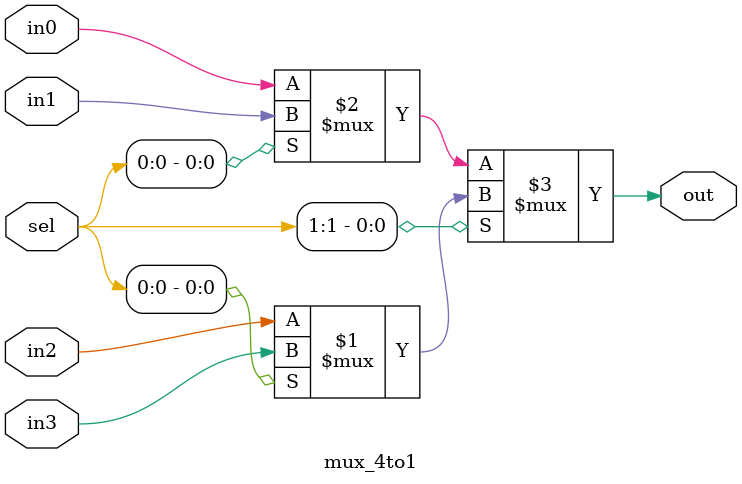
<source format=v>
module mux_4to1(in1,in2,in3,in0,sel,out);
	input in1,in2,in3,in0;
	input [0:1] sel;
	output out;
	assign out=sel[1]?(sel[0]?in3:in2):(sel[0]?in1:in0);
endmodule
</source>
